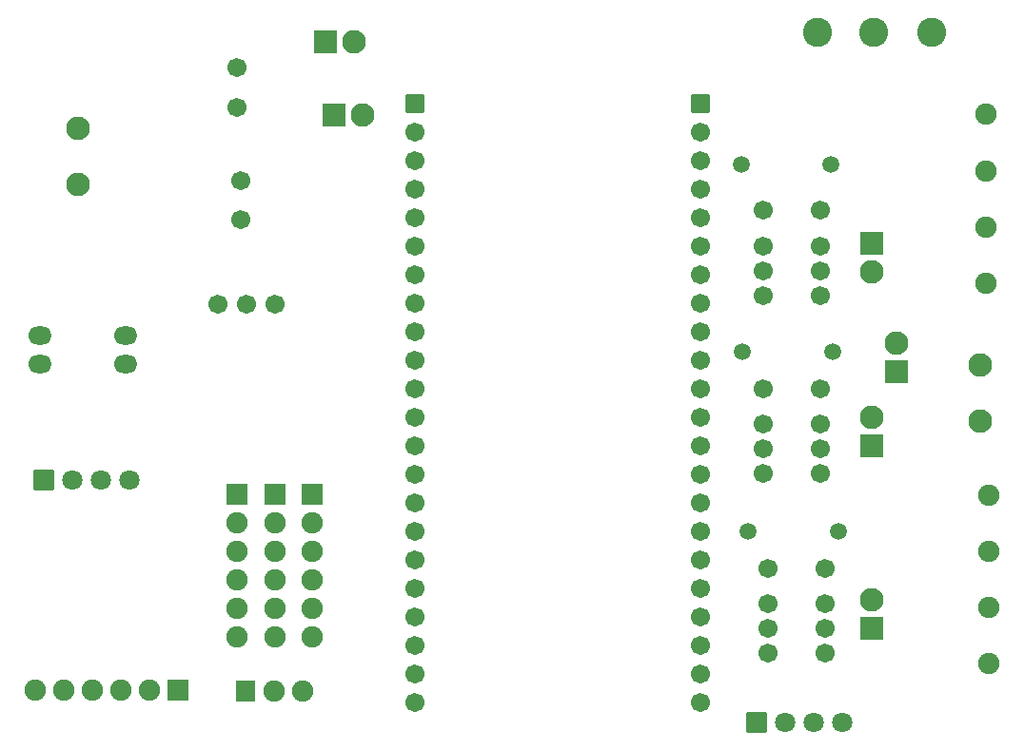
<source format=gbs>
G04 Layer: BottomSolderMaskLayer*
G04 EasyEDA Pro v2.2.45.4, 2026-01-10 08:56:26*
G04 Gerber Generator version 0.3*
G04 Scale: 100 percent, Rotated: No, Reflected: No*
G04 Dimensions in millimeters*
G04 Leading zeros omitted, absolute positions, 4 integers and 5 decimals*
G04 Generated by one-click*
%FSLAX45Y45*%
%MOMM*%
%AMRoundRect*1,1,$1,$2,$3*1,1,$1,$4,$5*1,1,$1,0-$2,0-$3*1,1,$1,0-$4,0-$5*20,1,$1,$2,$3,$4,$5,0*20,1,$1,$4,$5,0-$2,0-$3,0*20,1,$1,0-$2,0-$3,0-$4,0-$5,0*20,1,$1,0-$4,0-$5,$2,$3,0*4,1,4,$2,$3,$4,$5,0-$2,0-$3,0-$4,0-$5,$2,$3,0*%
%ADD10C,1.5*%
%ADD11RoundRect,0.09588X-0.80286X-0.80286X-0.80286X0.80286*%
%ADD12C,1.7016*%
%ADD13C,1.9016*%
%ADD14RoundRect,0.09645X-0.90257X-0.90257X-0.90257X0.90257*%
%ADD15RoundRect,0.09579X-0.7903X0.9029X0.7903X0.9029*%
%ADD16RoundRect,0.09691X-1.00234X1.00234X1.00234X1.00234*%
%ADD17C,2.1083*%
%ADD18C,2.1016*%
%ADD19RoundRect,0.09691X-1.00234X-1.00234X-1.00234X1.00234*%
%ADD20O,2.1016X1.6256*%
%ADD21RoundRect,0.09645X-0.90257X0.90257X0.90257X0.90257*%
%ADD22RoundRect,0.09618X-0.85271X0.85271X0.85271X0.85271*%
%ADD23C,1.8016*%
%ADD24C,2.6016*%
G75*


G04 Pad Start*
G54D10*
G01X6902501Y-5080000D03*
G01X7702499Y-5080000D03*
G01X6851700Y-3479800D03*
G01X7651698Y-3479800D03*
G54D11*
G01X3937000Y-1270000D03*
G54D12*
G01X3937000Y-1524000D03*
G01X3937000Y-1778000D03*
G01X3937000Y-2032000D03*
G01X3937000Y-2286000D03*
G01X3937000Y-2540000D03*
G01X3937000Y-2794000D03*
G01X3937000Y-3048000D03*
G01X3937000Y-3302000D03*
G01X3937000Y-3556000D03*
G01X3937000Y-3810000D03*
G01X3937000Y-4064000D03*
G01X3937000Y-4318000D03*
G01X3937000Y-4572000D03*
G01X3937000Y-4826000D03*
G01X3937000Y-5080000D03*
G01X3937000Y-5334000D03*
G01X3937000Y-5588000D03*
G01X3937000Y-5842000D03*
G01X3937000Y-6096000D03*
G01X3937000Y-6350000D03*
G01X3937000Y-6604000D03*
G54D11*
G01X6477000Y-1270000D03*
G54D12*
G01X6477000Y-1524000D03*
G01X6477000Y-1778000D03*
G01X6477000Y-2032000D03*
G01X6477000Y-2286000D03*
G01X6477000Y-2540000D03*
G01X6477000Y-2794000D03*
G01X6477000Y-3048000D03*
G01X6477000Y-3302000D03*
G01X6477000Y-3556000D03*
G01X6477000Y-3810000D03*
G01X6477000Y-4064000D03*
G01X6477000Y-4318000D03*
G01X6477000Y-4572000D03*
G01X6477000Y-4826000D03*
G01X6477000Y-5080000D03*
G01X6477000Y-5334000D03*
G01X6477000Y-5588000D03*
G01X6477000Y-5842000D03*
G01X6477000Y-6096000D03*
G01X6477000Y-6350000D03*
G01X6477000Y-6604000D03*
G54D13*
G01X2349500Y-6019800D03*
G01X2349500Y-5765800D03*
G01X2349500Y-5511800D03*
G01X2349500Y-5257800D03*
G01X2349500Y-5003800D03*
G54D14*
G01X2349500Y-4749800D03*
G54D13*
G01X3022600Y-6019800D03*
G01X3022600Y-5765800D03*
G01X3022600Y-5511800D03*
G01X3022600Y-5257800D03*
G01X3022600Y-5003800D03*
G54D14*
G01X3022600Y-4749800D03*
G54D13*
G01X2692400Y-6019800D03*
G01X2692400Y-5765800D03*
G01X2692400Y-5511800D03*
G01X2692400Y-5257800D03*
G01X2692400Y-5003800D03*
G54D14*
G01X2692400Y-4749800D03*
G54D13*
G01X2933700Y-6502400D03*
G01X2679700Y-6502400D03*
G54D15*
G01X2425700Y-6502400D03*
G54D16*
G01X3136900Y-723900D03*
G54D18*
G01X3390900Y-723900D03*
G54D16*
G01X3213100Y-1371600D03*
G54D18*
G01X3467100Y-1371600D03*
G54D19*
G01X8216900Y-3657600D03*
G54D18*
G01X8216900Y-3403600D03*
G54D12*
G01X2692400Y-3060700D03*
G01X2438400Y-3060700D03*
G01X2184400Y-3060700D03*
G54D20*
G01X1358900Y-3594100D03*
G01X1358900Y-3340100D03*
G01X596900Y-3594100D03*
G01X596900Y-3340100D03*
G54D12*
G01X7073900Y-5411216D03*
G01X7073900Y-5731256D03*
G01X7073900Y-5951220D03*
G01X7073900Y-6171184D03*
G01X7581900Y-6171184D03*
G01X7581900Y-5951220D03*
G01X7581900Y-5731256D03*
G01X7581900Y-5411216D03*
G01X7035800Y-3811016D03*
G01X7035800Y-4131056D03*
G01X7035800Y-4351020D03*
G01X7035800Y-4570984D03*
G01X7543800Y-4570984D03*
G01X7543800Y-4351020D03*
G01X7543800Y-4131056D03*
G01X7543800Y-3811016D03*
G01X7035801Y-2223516D03*
G01X7035801Y-2543556D03*
G01X7035801Y-2763520D03*
G01X7035801Y-2983484D03*
G01X7543801Y-2983484D03*
G01X7543801Y-2763520D03*
G01X7543801Y-2543556D03*
G01X7543801Y-2223516D03*
G54D13*
G01X557086Y-6500685D03*
G01X811086Y-6500685D03*
G01X1065086Y-6500685D03*
G01X1319086Y-6500685D03*
G01X1573086Y-6500685D03*
G54D21*
G01X1827086Y-6500685D03*
G54D12*
G01X2349503Y-955304D03*
G01X2349503Y-1305316D03*
G01X2387603Y-1958604D03*
G01X2387603Y-2308616D03*
G54D13*
G01X9017000Y-2870898D03*
G01X9017000Y-2370899D03*
G01X9017000Y-1870900D03*
G01X9017000Y-1370901D03*
G01X9042400Y-6261798D03*
G01X9042400Y-5761799D03*
G01X9042400Y-5261800D03*
G01X9042400Y-4761801D03*
G54D22*
G01X6972300Y-6781800D03*
G54D23*
G01X7226300Y-6781800D03*
G01X7480300Y-6781800D03*
G01X7734300Y-6781800D03*
G54D22*
G01X635000Y-4622800D03*
G54D23*
G01X889000Y-4622800D03*
G01X1143000Y-4622800D03*
G01X1397000Y-4622800D03*
G54D10*
G01X6839001Y-1816100D03*
G01X7638999Y-1816100D03*
G54D19*
G01X8001000Y-5943600D03*
G54D18*
G01X8001000Y-5689600D03*
G54D19*
G01X8001000Y-4318000D03*
G54D18*
G01X8001000Y-4064000D03*
G54D19*
G01X8001000Y-2514600D03*
G54D18*
G01X8001000Y-2768600D03*
G01X8966200Y-4098099D03*
G01X8966200Y-3598100D03*
G01X939800Y-1489900D03*
G01X939800Y-1989899D03*
G54D24*
G01X7520394Y-635000D03*
G01X8020393Y-635000D03*
G01X8532393Y-635000D03*
G04 Pad End*

M02*


</source>
